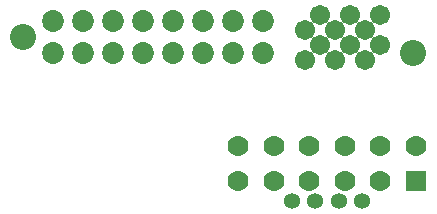
<source format=gbr>
%TF.GenerationSoftware,KiCad,Pcbnew,9.0.6*%
%TF.CreationDate,2025-12-04T16:08:16+01:00*%
%TF.ProjectId,ASUS BTF GPU Mini-ITX Adapter,41535553-2042-4544-9620-475055204d69,rev?*%
%TF.SameCoordinates,Original*%
%TF.FileFunction,Soldermask,Bot*%
%TF.FilePolarity,Negative*%
%FSLAX46Y46*%
G04 Gerber Fmt 4.6, Leading zero omitted, Abs format (unit mm)*
G04 Created by KiCad (PCBNEW 9.0.6) date 2025-12-04 16:08:16*
%MOMM*%
%LPD*%
G01*
G04 APERTURE LIST*
G04 Aperture macros list*
%AMRoundRect*
0 Rectangle with rounded corners*
0 $1 Rounding radius*
0 $2 $3 $4 $5 $6 $7 $8 $9 X,Y pos of 4 corners*
0 Add a 4 corners polygon primitive as box body*
4,1,4,$2,$3,$4,$5,$6,$7,$8,$9,$2,$3,0*
0 Add four circle primitives for the rounded corners*
1,1,$1+$1,$2,$3*
1,1,$1+$1,$4,$5*
1,1,$1+$1,$6,$7*
1,1,$1+$1,$8,$9*
0 Add four rect primitives between the rounded corners*
20,1,$1+$1,$2,$3,$4,$5,0*
20,1,$1+$1,$4,$5,$6,$7,0*
20,1,$1+$1,$6,$7,$8,$9,0*
20,1,$1+$1,$8,$9,$2,$3,0*%
G04 Aperture macros list end*
%ADD10C,2.210000*%
%ADD11C,1.854000*%
%ADD12C,1.704000*%
%ADD13RoundRect,0.102000X-0.785000X-0.785000X0.785000X-0.785000X0.785000X0.785000X-0.785000X0.785000X0*%
%ADD14C,1.774000*%
%ADD15C,1.354000*%
G04 APERTURE END LIST*
D10*
%TO.C,REF\u002A\u002A*%
X164990000Y-104000000D03*
X198010000Y-105350000D03*
D11*
X167530000Y-105350000D03*
X170070000Y-105350000D03*
X172610000Y-105350000D03*
X175150000Y-105350000D03*
X177690000Y-105350000D03*
X180230000Y-105350000D03*
X182770000Y-105350000D03*
X185310000Y-105350000D03*
X185310000Y-102650000D03*
X182770000Y-102650000D03*
X180230000Y-102650000D03*
X177690000Y-102650000D03*
X175150000Y-102650000D03*
X172610000Y-102650000D03*
X170070000Y-102650000D03*
X167530000Y-102650000D03*
D12*
X188810000Y-105905000D03*
X190080000Y-104635000D03*
X191350000Y-105905000D03*
X192620000Y-104635000D03*
X193890000Y-105905000D03*
X195160000Y-104635000D03*
X195160000Y-102095000D03*
X193890000Y-103365000D03*
X192620000Y-102095000D03*
X191350000Y-103365000D03*
X190080000Y-102095000D03*
X188810000Y-103365000D03*
%TD*%
D13*
%TO.C,REF\u002A\u002A*%
X198193250Y-116180000D03*
D14*
X195193250Y-116180000D03*
X192193250Y-116180000D03*
X189193250Y-116180000D03*
X186193250Y-116180000D03*
X183193250Y-116180000D03*
X198193250Y-113180000D03*
X195193250Y-113180000D03*
X192193250Y-113180000D03*
X189193250Y-113180000D03*
X186193250Y-113180000D03*
X183193250Y-113180000D03*
D15*
X193693250Y-117850000D03*
X191693250Y-117850000D03*
X189693250Y-117850000D03*
X187693250Y-117850000D03*
%TD*%
M02*

</source>
